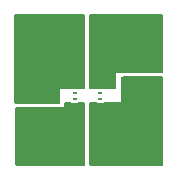
<source format=gbr>
%TF.GenerationSoftware,KiCad,Pcbnew,(6.0.4)*%
%TF.CreationDate,2023-08-09T14:35:33-04:00*%
%TF.ProjectId,MS32,4d533332-2e6b-4696-9361-645f70636258,rev?*%
%TF.SameCoordinates,Original*%
%TF.FileFunction,Copper,L1,Top*%
%TF.FilePolarity,Positive*%
%FSLAX46Y46*%
G04 Gerber Fmt 4.6, Leading zero omitted, Abs format (unit mm)*
G04 Created by KiCad (PCBNEW (6.0.4)) date 2023-08-09 14:35:33*
%MOMM*%
%LPD*%
G01*
G04 APERTURE LIST*
%TA.AperFunction,SMDPad,CuDef*%
%ADD10R,0.300000X0.250000*%
%TD*%
%TA.AperFunction,ComponentPad*%
%ADD11R,1.700000X1.700000*%
%TD*%
%TA.AperFunction,ComponentPad*%
%ADD12O,1.700000X1.700000*%
%TD*%
G04 APERTURE END LIST*
D10*
%TO.P,U1,8,VCC*%
%TO.N,+5V*%
X106850000Y-106850000D03*
%TO.P,U1,7,NC*%
%TO.N,unconnected-(U1-Pad7)*%
X106850000Y-106350000D03*
%TO.P,U1,6,NC*%
%TO.N,unconnected-(U1-Pad6)*%
X106850000Y-105850000D03*
%TO.P,U1,5,-Vo*%
%TO.N,Net-(J2-Pad1)*%
X106850000Y-105350000D03*
%TO.P,U1,4,GND*%
%TO.N,GND*%
X104650000Y-105350000D03*
%TO.P,U1,3,NC*%
%TO.N,unconnected-(U1-Pad3)*%
X104650000Y-105850000D03*
%TO.P,U1,2,NC*%
%TO.N,unconnected-(U1-Pad2)*%
X104650000Y-106350000D03*
%TO.P,U1,1,+Vo*%
%TO.N,Net-(J1-Pad4)*%
X104650000Y-106850000D03*
%TD*%
D11*
%TO.P,J2,1,Pin_1*%
%TO.N,Net-(J2-Pad1)*%
X110850000Y-100325000D03*
D12*
%TO.P,J2,2,Pin_2*%
X110850000Y-102865000D03*
%TO.P,J2,3,Pin_3*%
%TO.N,+5V*%
X110850000Y-105405000D03*
%TO.P,J2,4,Pin_4*%
X110850000Y-107945000D03*
%TO.P,J2,5,Pin_5*%
X110850000Y-110485000D03*
%TD*%
D11*
%TO.P,J1,1,Pin_1*%
%TO.N,GND*%
X100850000Y-100500000D03*
D12*
%TO.P,J1,2,Pin_2*%
X100850000Y-103040000D03*
%TO.P,J1,3,Pin_3*%
X100850000Y-105580000D03*
%TO.P,J1,4,Pin_4*%
%TO.N,Net-(J1-Pad4)*%
X100850000Y-108120000D03*
%TO.P,J1,5,Pin_5*%
X100850000Y-110660000D03*
%TD*%
%TA.AperFunction,Conductor*%
%TO.N,GND*%
G36*
X105492121Y-99170002D02*
G01*
X105538614Y-99223658D01*
X105550000Y-99276000D01*
X105550000Y-105424000D01*
X105529998Y-105492121D01*
X105476342Y-105538614D01*
X105424000Y-105550000D01*
X104930444Y-105550000D01*
X104885648Y-105541089D01*
X104878231Y-105536133D01*
X104819748Y-105524500D01*
X104480252Y-105524500D01*
X104421769Y-105536133D01*
X104414352Y-105541089D01*
X104369556Y-105550000D01*
X103400000Y-105550000D01*
X103400000Y-106624000D01*
X103379998Y-106692121D01*
X103326342Y-106738614D01*
X103274000Y-106750000D01*
X99676000Y-106750000D01*
X99607879Y-106729998D01*
X99561386Y-106676342D01*
X99550000Y-106624000D01*
X99550000Y-99276000D01*
X99570002Y-99207879D01*
X99623658Y-99161386D01*
X99676000Y-99150000D01*
X105424000Y-99150000D01*
X105492121Y-99170002D01*
G37*
%TD.AperFunction*%
%TD*%
%TA.AperFunction,Conductor*%
%TO.N,Net-(J1-Pad4)*%
G36*
X104357967Y-106621235D02*
G01*
X104421769Y-106663867D01*
X104433938Y-106666288D01*
X104433939Y-106666288D01*
X104470992Y-106673658D01*
X104480252Y-106675500D01*
X104819748Y-106675500D01*
X104829008Y-106673658D01*
X104866061Y-106666288D01*
X104866062Y-106666288D01*
X104878231Y-106663867D01*
X104942033Y-106621235D01*
X105012036Y-106600000D01*
X105424000Y-106600000D01*
X105492121Y-106620002D01*
X105538614Y-106673658D01*
X105550000Y-106726000D01*
X105550000Y-111874000D01*
X105529998Y-111942121D01*
X105476342Y-111988614D01*
X105424000Y-112000000D01*
X99726000Y-112000000D01*
X99657879Y-111979998D01*
X99611386Y-111926342D01*
X99600000Y-111874000D01*
X99600000Y-107176000D01*
X99620002Y-107107879D01*
X99673658Y-107061386D01*
X99726000Y-107050000D01*
X103800000Y-107050000D01*
X103800000Y-106726000D01*
X103820002Y-106657879D01*
X103873658Y-106611386D01*
X103926000Y-106600000D01*
X104287964Y-106600000D01*
X104357967Y-106621235D01*
G37*
%TD.AperFunction*%
%TD*%
%TA.AperFunction,Conductor*%
%TO.N,Net-(J2-Pad1)*%
G36*
X112092121Y-99170002D02*
G01*
X112138614Y-99223658D01*
X112150000Y-99276000D01*
X112150000Y-104024000D01*
X112129998Y-104092121D01*
X112076342Y-104138614D01*
X112024000Y-104150000D01*
X108150000Y-104150000D01*
X108150000Y-105424000D01*
X108129998Y-105492121D01*
X108076342Y-105538614D01*
X108024000Y-105550000D01*
X107130444Y-105550000D01*
X107085648Y-105541089D01*
X107078231Y-105536133D01*
X107019748Y-105524500D01*
X106680252Y-105524500D01*
X106621769Y-105536133D01*
X106614352Y-105541089D01*
X106569556Y-105550000D01*
X106026000Y-105550000D01*
X105957879Y-105529998D01*
X105911386Y-105476342D01*
X105900000Y-105424000D01*
X105900000Y-99276000D01*
X105920002Y-99207879D01*
X105973658Y-99161386D01*
X106026000Y-99150000D01*
X112024000Y-99150000D01*
X112092121Y-99170002D01*
G37*
%TD.AperFunction*%
%TD*%
%TA.AperFunction,Conductor*%
%TO.N,+5V*%
G36*
X112092121Y-104470002D02*
G01*
X112138614Y-104523658D01*
X112150000Y-104576000D01*
X112150000Y-111874000D01*
X112129998Y-111942121D01*
X112076342Y-111988614D01*
X112024000Y-112000000D01*
X106026000Y-112000000D01*
X105957879Y-111979998D01*
X105911386Y-111926342D01*
X105900000Y-111874000D01*
X105900000Y-106726000D01*
X105920002Y-106657879D01*
X105973658Y-106611386D01*
X106026000Y-106600000D01*
X106487964Y-106600000D01*
X106557967Y-106621235D01*
X106621769Y-106663867D01*
X106633938Y-106666288D01*
X106633939Y-106666288D01*
X106674184Y-106674293D01*
X106680252Y-106675500D01*
X107019748Y-106675500D01*
X107025816Y-106674293D01*
X107066061Y-106666288D01*
X107066062Y-106666288D01*
X107078231Y-106663867D01*
X107142033Y-106621235D01*
X107212036Y-106600000D01*
X108600000Y-106600000D01*
X108600000Y-104576000D01*
X108620002Y-104507879D01*
X108673658Y-104461386D01*
X108726000Y-104450000D01*
X112024000Y-104450000D01*
X112092121Y-104470002D01*
G37*
%TD.AperFunction*%
%TD*%
M02*

</source>
